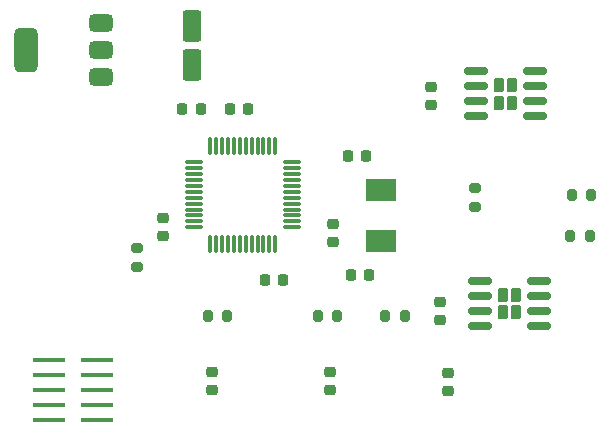
<source format=gbr>
%TF.GenerationSoftware,KiCad,Pcbnew,9.0.4*%
%TF.CreationDate,2025-09-18T17:45:17-07:00*%
%TF.ProjectId,USBCAN-X2,55534243-414e-42d5-9832-2e6b69636164,rev?*%
%TF.SameCoordinates,Original*%
%TF.FileFunction,Paste,Top*%
%TF.FilePolarity,Positive*%
%FSLAX46Y46*%
G04 Gerber Fmt 4.6, Leading zero omitted, Abs format (unit mm)*
G04 Created by KiCad (PCBNEW 9.0.4) date 2025-09-18 17:45:17*
%MOMM*%
%LPD*%
G01*
G04 APERTURE LIST*
G04 Aperture macros list*
%AMRoundRect*
0 Rectangle with rounded corners*
0 $1 Rounding radius*
0 $2 $3 $4 $5 $6 $7 $8 $9 X,Y pos of 4 corners*
0 Add a 4 corners polygon primitive as box body*
4,1,4,$2,$3,$4,$5,$6,$7,$8,$9,$2,$3,0*
0 Add four circle primitives for the rounded corners*
1,1,$1+$1,$2,$3*
1,1,$1+$1,$4,$5*
1,1,$1+$1,$6,$7*
1,1,$1+$1,$8,$9*
0 Add four rect primitives between the rounded corners*
20,1,$1+$1,$2,$3,$4,$5,0*
20,1,$1+$1,$4,$5,$6,$7,0*
20,1,$1+$1,$6,$7,$8,$9,0*
20,1,$1+$1,$8,$9,$2,$3,0*%
G04 Aperture macros list end*
%ADD10RoundRect,0.075000X0.662500X0.075000X-0.662500X0.075000X-0.662500X-0.075000X0.662500X-0.075000X0*%
%ADD11RoundRect,0.075000X0.075000X0.662500X-0.075000X0.662500X-0.075000X-0.662500X0.075000X-0.662500X0*%
%ADD12RoundRect,0.225000X-0.225000X-0.250000X0.225000X-0.250000X0.225000X0.250000X-0.225000X0.250000X0*%
%ADD13RoundRect,0.200000X0.275000X-0.200000X0.275000X0.200000X-0.275000X0.200000X-0.275000X-0.200000X0*%
%ADD14RoundRect,0.225000X0.225000X0.250000X-0.225000X0.250000X-0.225000X-0.250000X0.225000X-0.250000X0*%
%ADD15RoundRect,0.200000X-0.200000X-0.275000X0.200000X-0.275000X0.200000X0.275000X-0.200000X0.275000X0*%
%ADD16RoundRect,0.375000X0.625000X0.375000X-0.625000X0.375000X-0.625000X-0.375000X0.625000X-0.375000X0*%
%ADD17RoundRect,0.500000X0.500000X1.400000X-0.500000X1.400000X-0.500000X-1.400000X0.500000X-1.400000X0*%
%ADD18RoundRect,0.225000X-0.250000X0.225000X-0.250000X-0.225000X0.250000X-0.225000X0.250000X0.225000X0*%
%ADD19RoundRect,0.200000X-0.275000X0.200000X-0.275000X-0.200000X0.275000X-0.200000X0.275000X0.200000X0*%
%ADD20RoundRect,0.230000X-0.230000X-0.375000X0.230000X-0.375000X0.230000X0.375000X-0.230000X0.375000X0*%
%ADD21RoundRect,0.150000X-0.825000X-0.150000X0.825000X-0.150000X0.825000X0.150000X-0.825000X0.150000X0*%
%ADD22RoundRect,0.218750X0.256250X-0.218750X0.256250X0.218750X-0.256250X0.218750X-0.256250X-0.218750X0*%
%ADD23RoundRect,0.200000X0.200000X0.275000X-0.200000X0.275000X-0.200000X-0.275000X0.200000X-0.275000X0*%
%ADD24RoundRect,0.225000X0.250000X-0.225000X0.250000X0.225000X-0.250000X0.225000X-0.250000X-0.225000X0*%
%ADD25RoundRect,0.250000X0.550000X-1.075000X0.550000X1.075000X-0.550000X1.075000X-0.550000X-1.075000X0*%
%ADD26R,2.600000X1.900000*%
%ADD27R,2.794000X0.406400*%
G04 APERTURE END LIST*
D10*
%TO.C,U1*%
X154300000Y-106000000D03*
X154300000Y-105500000D03*
X154300000Y-105000000D03*
X154300000Y-104500000D03*
X154300000Y-104000000D03*
X154300000Y-103500000D03*
X154300000Y-103000000D03*
X154300000Y-102500000D03*
X154300000Y-102000000D03*
X154300000Y-101500000D03*
X154300000Y-101000000D03*
X154300000Y-100500000D03*
D11*
X152887500Y-99087500D03*
X152387500Y-99087500D03*
X151887500Y-99087500D03*
X151387500Y-99087500D03*
X150887500Y-99087500D03*
X150387500Y-99087500D03*
X149887500Y-99087500D03*
X149387500Y-99087500D03*
X148887500Y-99087500D03*
X148387500Y-99087500D03*
X147887500Y-99087500D03*
X147387500Y-99087500D03*
D10*
X145975000Y-100500000D03*
X145975000Y-101000000D03*
X145975000Y-101500000D03*
X145975000Y-102000000D03*
X145975000Y-102500000D03*
X145975000Y-103000000D03*
X145975000Y-103500000D03*
X145975000Y-104000000D03*
X145975000Y-104500000D03*
X145975000Y-105000000D03*
X145975000Y-105500000D03*
X145975000Y-106000000D03*
D11*
X147387500Y-107412500D03*
X147887500Y-107412500D03*
X148387500Y-107412500D03*
X148887500Y-107412500D03*
X149387500Y-107412500D03*
X149887500Y-107412500D03*
X150387500Y-107412500D03*
X150887500Y-107412500D03*
X151387500Y-107412500D03*
X151887500Y-107412500D03*
X152387500Y-107412500D03*
X152887500Y-107412500D03*
%TD*%
D12*
%TO.C,C9*%
X159300000Y-110000000D03*
X160850000Y-110000000D03*
%TD*%
D13*
%TO.C,R3*%
X169800000Y-104325000D03*
X169800000Y-102675000D03*
%TD*%
D14*
%TO.C,C7*%
X153575000Y-110500000D03*
X152025000Y-110500000D03*
%TD*%
D15*
%TO.C,R7*%
X162200000Y-113500000D03*
X163850000Y-113500000D03*
%TD*%
%TO.C,R2*%
X156500000Y-113500000D03*
X158150000Y-113500000D03*
%TD*%
%TO.C,R5*%
X177975000Y-103300000D03*
X179625000Y-103300000D03*
%TD*%
D16*
%TO.C,U2*%
X138110000Y-93300000D03*
X138110000Y-91000000D03*
D17*
X131810000Y-91000000D03*
D16*
X138110000Y-88700000D03*
%TD*%
D18*
%TO.C,C3*%
X157800000Y-105725000D03*
X157800000Y-107275000D03*
%TD*%
D19*
%TO.C,R4*%
X141200000Y-107725000D03*
X141200000Y-109375000D03*
%TD*%
D20*
%TO.C,U3*%
X171810000Y-93950000D03*
X171810000Y-95450000D03*
X172950000Y-93950000D03*
X172950000Y-95450000D03*
D21*
X169905000Y-92795000D03*
X169905000Y-94065000D03*
X169905000Y-95335000D03*
X169905000Y-96605000D03*
X174855000Y-96605000D03*
X174855000Y-95335000D03*
X174855000Y-94065000D03*
X174855000Y-92795000D03*
%TD*%
D22*
%TO.C,D3*%
X167500000Y-119887500D03*
X167500000Y-118312500D03*
%TD*%
D12*
%TO.C,C2*%
X145025000Y-96000000D03*
X146575000Y-96000000D03*
%TD*%
%TO.C,C4*%
X149025000Y-96000000D03*
X150575000Y-96000000D03*
%TD*%
D23*
%TO.C,R6*%
X179525000Y-106700000D03*
X177875000Y-106700000D03*
%TD*%
D14*
%TO.C,C10*%
X160575000Y-100000000D03*
X159025000Y-100000000D03*
%TD*%
D22*
%TO.C,D1*%
X147500000Y-119787500D03*
X147500000Y-118212500D03*
%TD*%
D24*
%TO.C,C6*%
X166100000Y-95675000D03*
X166100000Y-94125000D03*
%TD*%
%TO.C,C1*%
X143350000Y-106725000D03*
X143350000Y-105175000D03*
%TD*%
D22*
%TO.C,D2*%
X157500000Y-119787500D03*
X157500000Y-118212500D03*
%TD*%
D25*
%TO.C,C5*%
X145800000Y-92275000D03*
X145800000Y-88925000D03*
%TD*%
D20*
%TO.C,U4*%
X172160000Y-111700000D03*
X172160000Y-113200000D03*
X173300000Y-111700000D03*
X173300000Y-113200000D03*
D21*
X170255000Y-110545000D03*
X170255000Y-111815000D03*
X170255000Y-113085000D03*
X170255000Y-114355000D03*
X175205000Y-114355000D03*
X175205000Y-113085000D03*
X175205000Y-111815000D03*
X175205000Y-110545000D03*
%TD*%
D26*
%TO.C,Y1*%
X161800000Y-102850000D03*
X161800000Y-107150000D03*
%TD*%
D24*
%TO.C,C8*%
X166800000Y-113875000D03*
X166800000Y-112325000D03*
%TD*%
D27*
%TO.C,J4*%
X137832000Y-122340000D03*
X133768000Y-122340000D03*
X137832000Y-121070000D03*
X133768000Y-121070000D03*
X137832000Y-119800000D03*
X133768000Y-119800000D03*
X137832000Y-118530000D03*
X133768000Y-118530000D03*
X137832000Y-117260000D03*
X133768000Y-117260000D03*
%TD*%
D23*
%TO.C,R1*%
X148825000Y-113500000D03*
X147175000Y-113500000D03*
%TD*%
M02*

</source>
